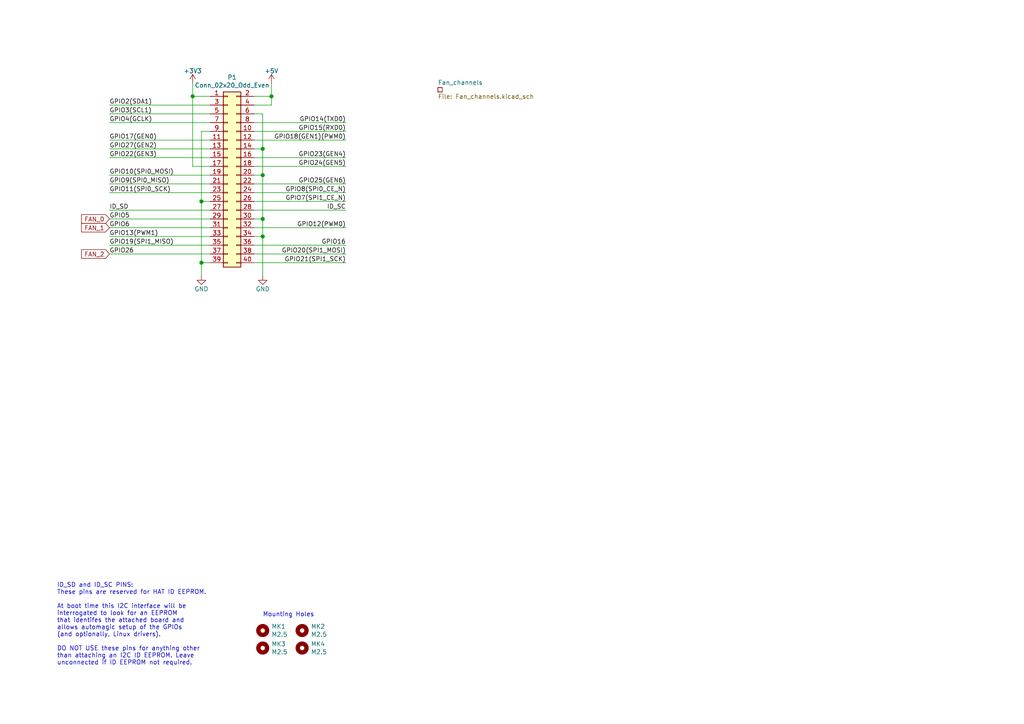
<source format=kicad_sch>
(kicad_sch (version 20211123) (generator eeschema)

  (uuid e63e39d7-6ac0-4ffd-8aa3-1841a4541b55)

  (paper "A4")

  (title_block
    (date "15 nov 2012")
  )

  (lib_symbols
    (symbol "Connector_Generic:Conn_02x20_Odd_Even" (pin_names (offset 1.016) hide) (in_bom yes) (on_board yes)
      (property "Reference" "J" (id 0) (at 1.27 25.4 0)
        (effects (font (size 1.27 1.27)))
      )
      (property "Value" "Conn_02x20_Odd_Even" (id 1) (at 1.27 -27.94 0)
        (effects (font (size 1.27 1.27)))
      )
      (property "Footprint" "" (id 2) (at 0 0 0)
        (effects (font (size 1.27 1.27)) hide)
      )
      (property "Datasheet" "~" (id 3) (at 0 0 0)
        (effects (font (size 1.27 1.27)) hide)
      )
      (property "ki_keywords" "connector" (id 4) (at 0 0 0)
        (effects (font (size 1.27 1.27)) hide)
      )
      (property "ki_description" "Generic connector, double row, 02x20, odd/even pin numbering scheme (row 1 odd numbers, row 2 even numbers), script generated (kicad-library-utils/schlib/autogen/connector/)" (id 5) (at 0 0 0)
        (effects (font (size 1.27 1.27)) hide)
      )
      (property "ki_fp_filters" "Connector*:*_2x??_*" (id 6) (at 0 0 0)
        (effects (font (size 1.27 1.27)) hide)
      )
      (symbol "Conn_02x20_Odd_Even_1_1"
        (rectangle (start -1.27 -25.273) (end 0 -25.527)
          (stroke (width 0.1524) (type default) (color 0 0 0 0))
          (fill (type none))
        )
        (rectangle (start -1.27 -22.733) (end 0 -22.987)
          (stroke (width 0.1524) (type default) (color 0 0 0 0))
          (fill (type none))
        )
        (rectangle (start -1.27 -20.193) (end 0 -20.447)
          (stroke (width 0.1524) (type default) (color 0 0 0 0))
          (fill (type none))
        )
        (rectangle (start -1.27 -17.653) (end 0 -17.907)
          (stroke (width 0.1524) (type default) (color 0 0 0 0))
          (fill (type none))
        )
        (rectangle (start -1.27 -15.113) (end 0 -15.367)
          (stroke (width 0.1524) (type default) (color 0 0 0 0))
          (fill (type none))
        )
        (rectangle (start -1.27 -12.573) (end 0 -12.827)
          (stroke (width 0.1524) (type default) (color 0 0 0 0))
          (fill (type none))
        )
        (rectangle (start -1.27 -10.033) (end 0 -10.287)
          (stroke (width 0.1524) (type default) (color 0 0 0 0))
          (fill (type none))
        )
        (rectangle (start -1.27 -7.493) (end 0 -7.747)
          (stroke (width 0.1524) (type default) (color 0 0 0 0))
          (fill (type none))
        )
        (rectangle (start -1.27 -4.953) (end 0 -5.207)
          (stroke (width 0.1524) (type default) (color 0 0 0 0))
          (fill (type none))
        )
        (rectangle (start -1.27 -2.413) (end 0 -2.667)
          (stroke (width 0.1524) (type default) (color 0 0 0 0))
          (fill (type none))
        )
        (rectangle (start -1.27 0.127) (end 0 -0.127)
          (stroke (width 0.1524) (type default) (color 0 0 0 0))
          (fill (type none))
        )
        (rectangle (start -1.27 2.667) (end 0 2.413)
          (stroke (width 0.1524) (type default) (color 0 0 0 0))
          (fill (type none))
        )
        (rectangle (start -1.27 5.207) (end 0 4.953)
          (stroke (width 0.1524) (type default) (color 0 0 0 0))
          (fill (type none))
        )
        (rectangle (start -1.27 7.747) (end 0 7.493)
          (stroke (width 0.1524) (type default) (color 0 0 0 0))
          (fill (type none))
        )
        (rectangle (start -1.27 10.287) (end 0 10.033)
          (stroke (width 0.1524) (type default) (color 0 0 0 0))
          (fill (type none))
        )
        (rectangle (start -1.27 12.827) (end 0 12.573)
          (stroke (width 0.1524) (type default) (color 0 0 0 0))
          (fill (type none))
        )
        (rectangle (start -1.27 15.367) (end 0 15.113)
          (stroke (width 0.1524) (type default) (color 0 0 0 0))
          (fill (type none))
        )
        (rectangle (start -1.27 17.907) (end 0 17.653)
          (stroke (width 0.1524) (type default) (color 0 0 0 0))
          (fill (type none))
        )
        (rectangle (start -1.27 20.447) (end 0 20.193)
          (stroke (width 0.1524) (type default) (color 0 0 0 0))
          (fill (type none))
        )
        (rectangle (start -1.27 22.987) (end 0 22.733)
          (stroke (width 0.1524) (type default) (color 0 0 0 0))
          (fill (type none))
        )
        (rectangle (start -1.27 24.13) (end 3.81 -26.67)
          (stroke (width 0.254) (type default) (color 0 0 0 0))
          (fill (type background))
        )
        (rectangle (start 3.81 -25.273) (end 2.54 -25.527)
          (stroke (width 0.1524) (type default) (color 0 0 0 0))
          (fill (type none))
        )
        (rectangle (start 3.81 -22.733) (end 2.54 -22.987)
          (stroke (width 0.1524) (type default) (color 0 0 0 0))
          (fill (type none))
        )
        (rectangle (start 3.81 -20.193) (end 2.54 -20.447)
          (stroke (width 0.1524) (type default) (color 0 0 0 0))
          (fill (type none))
        )
        (rectangle (start 3.81 -17.653) (end 2.54 -17.907)
          (stroke (width 0.1524) (type default) (color 0 0 0 0))
          (fill (type none))
        )
        (rectangle (start 3.81 -15.113) (end 2.54 -15.367)
          (stroke (width 0.1524) (type default) (color 0 0 0 0))
          (fill (type none))
        )
        (rectangle (start 3.81 -12.573) (end 2.54 -12.827)
          (stroke (width 0.1524) (type default) (color 0 0 0 0))
          (fill (type none))
        )
        (rectangle (start 3.81 -10.033) (end 2.54 -10.287)
          (stroke (width 0.1524) (type default) (color 0 0 0 0))
          (fill (type none))
        )
        (rectangle (start 3.81 -7.493) (end 2.54 -7.747)
          (stroke (width 0.1524) (type default) (color 0 0 0 0))
          (fill (type none))
        )
        (rectangle (start 3.81 -4.953) (end 2.54 -5.207)
          (stroke (width 0.1524) (type default) (color 0 0 0 0))
          (fill (type none))
        )
        (rectangle (start 3.81 -2.413) (end 2.54 -2.667)
          (stroke (width 0.1524) (type default) (color 0 0 0 0))
          (fill (type none))
        )
        (rectangle (start 3.81 0.127) (end 2.54 -0.127)
          (stroke (width 0.1524) (type default) (color 0 0 0 0))
          (fill (type none))
        )
        (rectangle (start 3.81 2.667) (end 2.54 2.413)
          (stroke (width 0.1524) (type default) (color 0 0 0 0))
          (fill (type none))
        )
        (rectangle (start 3.81 5.207) (end 2.54 4.953)
          (stroke (width 0.1524) (type default) (color 0 0 0 0))
          (fill (type none))
        )
        (rectangle (start 3.81 7.747) (end 2.54 7.493)
          (stroke (width 0.1524) (type default) (color 0 0 0 0))
          (fill (type none))
        )
        (rectangle (start 3.81 10.287) (end 2.54 10.033)
          (stroke (width 0.1524) (type default) (color 0 0 0 0))
          (fill (type none))
        )
        (rectangle (start 3.81 12.827) (end 2.54 12.573)
          (stroke (width 0.1524) (type default) (color 0 0 0 0))
          (fill (type none))
        )
        (rectangle (start 3.81 15.367) (end 2.54 15.113)
          (stroke (width 0.1524) (type default) (color 0 0 0 0))
          (fill (type none))
        )
        (rectangle (start 3.81 17.907) (end 2.54 17.653)
          (stroke (width 0.1524) (type default) (color 0 0 0 0))
          (fill (type none))
        )
        (rectangle (start 3.81 20.447) (end 2.54 20.193)
          (stroke (width 0.1524) (type default) (color 0 0 0 0))
          (fill (type none))
        )
        (rectangle (start 3.81 22.987) (end 2.54 22.733)
          (stroke (width 0.1524) (type default) (color 0 0 0 0))
          (fill (type none))
        )
        (pin passive line (at -5.08 22.86 0) (length 3.81)
          (name "Pin_1" (effects (font (size 1.27 1.27))))
          (number "1" (effects (font (size 1.27 1.27))))
        )
        (pin passive line (at 7.62 12.7 180) (length 3.81)
          (name "Pin_10" (effects (font (size 1.27 1.27))))
          (number "10" (effects (font (size 1.27 1.27))))
        )
        (pin passive line (at -5.08 10.16 0) (length 3.81)
          (name "Pin_11" (effects (font (size 1.27 1.27))))
          (number "11" (effects (font (size 1.27 1.27))))
        )
        (pin passive line (at 7.62 10.16 180) (length 3.81)
          (name "Pin_12" (effects (font (size 1.27 1.27))))
          (number "12" (effects (font (size 1.27 1.27))))
        )
        (pin passive line (at -5.08 7.62 0) (length 3.81)
          (name "Pin_13" (effects (font (size 1.27 1.27))))
          (number "13" (effects (font (size 1.27 1.27))))
        )
        (pin passive line (at 7.62 7.62 180) (length 3.81)
          (name "Pin_14" (effects (font (size 1.27 1.27))))
          (number "14" (effects (font (size 1.27 1.27))))
        )
        (pin passive line (at -5.08 5.08 0) (length 3.81)
          (name "Pin_15" (effects (font (size 1.27 1.27))))
          (number "15" (effects (font (size 1.27 1.27))))
        )
        (pin passive line (at 7.62 5.08 180) (length 3.81)
          (name "Pin_16" (effects (font (size 1.27 1.27))))
          (number "16" (effects (font (size 1.27 1.27))))
        )
        (pin passive line (at -5.08 2.54 0) (length 3.81)
          (name "Pin_17" (effects (font (size 1.27 1.27))))
          (number "17" (effects (font (size 1.27 1.27))))
        )
        (pin passive line (at 7.62 2.54 180) (length 3.81)
          (name "Pin_18" (effects (font (size 1.27 1.27))))
          (number "18" (effects (font (size 1.27 1.27))))
        )
        (pin passive line (at -5.08 0 0) (length 3.81)
          (name "Pin_19" (effects (font (size 1.27 1.27))))
          (number "19" (effects (font (size 1.27 1.27))))
        )
        (pin passive line (at 7.62 22.86 180) (length 3.81)
          (name "Pin_2" (effects (font (size 1.27 1.27))))
          (number "2" (effects (font (size 1.27 1.27))))
        )
        (pin passive line (at 7.62 0 180) (length 3.81)
          (name "Pin_20" (effects (font (size 1.27 1.27))))
          (number "20" (effects (font (size 1.27 1.27))))
        )
        (pin passive line (at -5.08 -2.54 0) (length 3.81)
          (name "Pin_21" (effects (font (size 1.27 1.27))))
          (number "21" (effects (font (size 1.27 1.27))))
        )
        (pin passive line (at 7.62 -2.54 180) (length 3.81)
          (name "Pin_22" (effects (font (size 1.27 1.27))))
          (number "22" (effects (font (size 1.27 1.27))))
        )
        (pin passive line (at -5.08 -5.08 0) (length 3.81)
          (name "Pin_23" (effects (font (size 1.27 1.27))))
          (number "23" (effects (font (size 1.27 1.27))))
        )
        (pin passive line (at 7.62 -5.08 180) (length 3.81)
          (name "Pin_24" (effects (font (size 1.27 1.27))))
          (number "24" (effects (font (size 1.27 1.27))))
        )
        (pin passive line (at -5.08 -7.62 0) (length 3.81)
          (name "Pin_25" (effects (font (size 1.27 1.27))))
          (number "25" (effects (font (size 1.27 1.27))))
        )
        (pin passive line (at 7.62 -7.62 180) (length 3.81)
          (name "Pin_26" (effects (font (size 1.27 1.27))))
          (number "26" (effects (font (size 1.27 1.27))))
        )
        (pin passive line (at -5.08 -10.16 0) (length 3.81)
          (name "Pin_27" (effects (font (size 1.27 1.27))))
          (number "27" (effects (font (size 1.27 1.27))))
        )
        (pin passive line (at 7.62 -10.16 180) (length 3.81)
          (name "Pin_28" (effects (font (size 1.27 1.27))))
          (number "28" (effects (font (size 1.27 1.27))))
        )
        (pin passive line (at -5.08 -12.7 0) (length 3.81)
          (name "Pin_29" (effects (font (size 1.27 1.27))))
          (number "29" (effects (font (size 1.27 1.27))))
        )
        (pin passive line (at -5.08 20.32 0) (length 3.81)
          (name "Pin_3" (effects (font (size 1.27 1.27))))
          (number "3" (effects (font (size 1.27 1.27))))
        )
        (pin passive line (at 7.62 -12.7 180) (length 3.81)
          (name "Pin_30" (effects (font (size 1.27 1.27))))
          (number "30" (effects (font (size 1.27 1.27))))
        )
        (pin passive line (at -5.08 -15.24 0) (length 3.81)
          (name "Pin_31" (effects (font (size 1.27 1.27))))
          (number "31" (effects (font (size 1.27 1.27))))
        )
        (pin passive line (at 7.62 -15.24 180) (length 3.81)
          (name "Pin_32" (effects (font (size 1.27 1.27))))
          (number "32" (effects (font (size 1.27 1.27))))
        )
        (pin passive line (at -5.08 -17.78 0) (length 3.81)
          (name "Pin_33" (effects (font (size 1.27 1.27))))
          (number "33" (effects (font (size 1.27 1.27))))
        )
        (pin passive line (at 7.62 -17.78 180) (length 3.81)
          (name "Pin_34" (effects (font (size 1.27 1.27))))
          (number "34" (effects (font (size 1.27 1.27))))
        )
        (pin passive line (at -5.08 -20.32 0) (length 3.81)
          (name "Pin_35" (effects (font (size 1.27 1.27))))
          (number "35" (effects (font (size 1.27 1.27))))
        )
        (pin passive line (at 7.62 -20.32 180) (length 3.81)
          (name "Pin_36" (effects (font (size 1.27 1.27))))
          (number "36" (effects (font (size 1.27 1.27))))
        )
        (pin passive line (at -5.08 -22.86 0) (length 3.81)
          (name "Pin_37" (effects (font (size 1.27 1.27))))
          (number "37" (effects (font (size 1.27 1.27))))
        )
        (pin passive line (at 7.62 -22.86 180) (length 3.81)
          (name "Pin_38" (effects (font (size 1.27 1.27))))
          (number "38" (effects (font (size 1.27 1.27))))
        )
        (pin passive line (at -5.08 -25.4 0) (length 3.81)
          (name "Pin_39" (effects (font (size 1.27 1.27))))
          (number "39" (effects (font (size 1.27 1.27))))
        )
        (pin passive line (at 7.62 20.32 180) (length 3.81)
          (name "Pin_4" (effects (font (size 1.27 1.27))))
          (number "4" (effects (font (size 1.27 1.27))))
        )
        (pin passive line (at 7.62 -25.4 180) (length 3.81)
          (name "Pin_40" (effects (font (size 1.27 1.27))))
          (number "40" (effects (font (size 1.27 1.27))))
        )
        (pin passive line (at -5.08 17.78 0) (length 3.81)
          (name "Pin_5" (effects (font (size 1.27 1.27))))
          (number "5" (effects (font (size 1.27 1.27))))
        )
        (pin passive line (at 7.62 17.78 180) (length 3.81)
          (name "Pin_6" (effects (font (size 1.27 1.27))))
          (number "6" (effects (font (size 1.27 1.27))))
        )
        (pin passive line (at -5.08 15.24 0) (length 3.81)
          (name "Pin_7" (effects (font (size 1.27 1.27))))
          (number "7" (effects (font (size 1.27 1.27))))
        )
        (pin passive line (at 7.62 15.24 180) (length 3.81)
          (name "Pin_8" (effects (font (size 1.27 1.27))))
          (number "8" (effects (font (size 1.27 1.27))))
        )
        (pin passive line (at -5.08 12.7 0) (length 3.81)
          (name "Pin_9" (effects (font (size 1.27 1.27))))
          (number "9" (effects (font (size 1.27 1.27))))
        )
      )
    )
    (symbol "Mechanical:MountingHole" (pin_names (offset 1.016)) (in_bom yes) (on_board yes)
      (property "Reference" "H" (id 0) (at 0 5.08 0)
        (effects (font (size 1.27 1.27)))
      )
      (property "Value" "MountingHole" (id 1) (at 0 3.175 0)
        (effects (font (size 1.27 1.27)))
      )
      (property "Footprint" "" (id 2) (at 0 0 0)
        (effects (font (size 1.27 1.27)) hide)
      )
      (property "Datasheet" "~" (id 3) (at 0 0 0)
        (effects (font (size 1.27 1.27)) hide)
      )
      (property "ki_keywords" "mounting hole" (id 4) (at 0 0 0)
        (effects (font (size 1.27 1.27)) hide)
      )
      (property "ki_description" "Mounting Hole without connection" (id 5) (at 0 0 0)
        (effects (font (size 1.27 1.27)) hide)
      )
      (property "ki_fp_filters" "MountingHole*" (id 6) (at 0 0 0)
        (effects (font (size 1.27 1.27)) hide)
      )
      (symbol "MountingHole_0_1"
        (circle (center 0 0) (radius 1.27)
          (stroke (width 1.27) (type default) (color 0 0 0 0))
          (fill (type none))
        )
      )
    )
    (symbol "power:+3.3V" (power) (pin_names (offset 0)) (in_bom yes) (on_board yes)
      (property "Reference" "#PWR" (id 0) (at 0 -3.81 0)
        (effects (font (size 1.27 1.27)) hide)
      )
      (property "Value" "+3.3V" (id 1) (at 0 3.556 0)
        (effects (font (size 1.27 1.27)))
      )
      (property "Footprint" "" (id 2) (at 0 0 0)
        (effects (font (size 1.27 1.27)) hide)
      )
      (property "Datasheet" "" (id 3) (at 0 0 0)
        (effects (font (size 1.27 1.27)) hide)
      )
      (property "ki_keywords" "power-flag" (id 4) (at 0 0 0)
        (effects (font (size 1.27 1.27)) hide)
      )
      (property "ki_description" "Power symbol creates a global label with name \"+3.3V\"" (id 5) (at 0 0 0)
        (effects (font (size 1.27 1.27)) hide)
      )
      (symbol "+3.3V_0_1"
        (polyline
          (pts
            (xy -0.762 1.27)
            (xy 0 2.54)
          )
          (stroke (width 0) (type default) (color 0 0 0 0))
          (fill (type none))
        )
        (polyline
          (pts
            (xy 0 0)
            (xy 0 2.54)
          )
          (stroke (width 0) (type default) (color 0 0 0 0))
          (fill (type none))
        )
        (polyline
          (pts
            (xy 0 2.54)
            (xy 0.762 1.27)
          )
          (stroke (width 0) (type default) (color 0 0 0 0))
          (fill (type none))
        )
      )
      (symbol "+3.3V_1_1"
        (pin power_in line (at 0 0 90) (length 0) hide
          (name "+3V3" (effects (font (size 1.27 1.27))))
          (number "1" (effects (font (size 1.27 1.27))))
        )
      )
    )
    (symbol "power:+5V" (power) (pin_names (offset 0)) (in_bom yes) (on_board yes)
      (property "Reference" "#PWR" (id 0) (at 0 -3.81 0)
        (effects (font (size 1.27 1.27)) hide)
      )
      (property "Value" "+5V" (id 1) (at 0 3.556 0)
        (effects (font (size 1.27 1.27)))
      )
      (property "Footprint" "" (id 2) (at 0 0 0)
        (effects (font (size 1.27 1.27)) hide)
      )
      (property "Datasheet" "" (id 3) (at 0 0 0)
        (effects (font (size 1.27 1.27)) hide)
      )
      (property "ki_keywords" "power-flag" (id 4) (at 0 0 0)
        (effects (font (size 1.27 1.27)) hide)
      )
      (property "ki_description" "Power symbol creates a global label with name \"+5V\"" (id 5) (at 0 0 0)
        (effects (font (size 1.27 1.27)) hide)
      )
      (symbol "+5V_0_1"
        (polyline
          (pts
            (xy -0.762 1.27)
            (xy 0 2.54)
          )
          (stroke (width 0) (type default) (color 0 0 0 0))
          (fill (type none))
        )
        (polyline
          (pts
            (xy 0 0)
            (xy 0 2.54)
          )
          (stroke (width 0) (type default) (color 0 0 0 0))
          (fill (type none))
        )
        (polyline
          (pts
            (xy 0 2.54)
            (xy 0.762 1.27)
          )
          (stroke (width 0) (type default) (color 0 0 0 0))
          (fill (type none))
        )
      )
      (symbol "+5V_1_1"
        (pin power_in line (at 0 0 90) (length 0) hide
          (name "+5V" (effects (font (size 1.27 1.27))))
          (number "1" (effects (font (size 1.27 1.27))))
        )
      )
    )
    (symbol "power:GND" (power) (pin_names (offset 0)) (in_bom yes) (on_board yes)
      (property "Reference" "#PWR" (id 0) (at 0 -6.35 0)
        (effects (font (size 1.27 1.27)) hide)
      )
      (property "Value" "GND" (id 1) (at 0 -3.81 0)
        (effects (font (size 1.27 1.27)))
      )
      (property "Footprint" "" (id 2) (at 0 0 0)
        (effects (font (size 1.27 1.27)) hide)
      )
      (property "Datasheet" "" (id 3) (at 0 0 0)
        (effects (font (size 1.27 1.27)) hide)
      )
      (property "ki_keywords" "power-flag" (id 4) (at 0 0 0)
        (effects (font (size 1.27 1.27)) hide)
      )
      (property "ki_description" "Power symbol creates a global label with name \"GND\" , ground" (id 5) (at 0 0 0)
        (effects (font (size 1.27 1.27)) hide)
      )
      (symbol "GND_0_1"
        (polyline
          (pts
            (xy 0 0)
            (xy 0 -1.27)
            (xy 1.27 -1.27)
            (xy 0 -2.54)
            (xy -1.27 -1.27)
            (xy 0 -1.27)
          )
          (stroke (width 0) (type default) (color 0 0 0 0))
          (fill (type none))
        )
      )
      (symbol "GND_1_1"
        (pin power_in line (at 0 0 270) (length 0) hide
          (name "GND" (effects (font (size 1.27 1.27))))
          (number "1" (effects (font (size 1.27 1.27))))
        )
      )
    )
  )

  (junction (at 76.2 68.58) (diameter 1.016) (color 0 0 0 0)
    (uuid 13abf99d-5265-4779-8973-e94370fd18ff)
  )
  (junction (at 58.42 58.42) (diameter 1.016) (color 0 0 0 0)
    (uuid 1860e030-7a36-4298-b7fc-a16d48ab15ba)
  )
  (junction (at 76.2 50.8) (diameter 1.016) (color 0 0 0 0)
    (uuid 32667662-ae86-4904-b198-3e95f11851bf)
  )
  (junction (at 58.42 76.2) (diameter 1.016) (color 0 0 0 0)
    (uuid 3dcc657b-55a1-48e0-9667-e01e7b6b08b5)
  )
  (junction (at 76.2 43.18) (diameter 1.016) (color 0 0 0 0)
    (uuid 67f6e996-3c99-493c-8f6f-e739e2ed5d7a)
  )
  (junction (at 76.2 63.5) (diameter 1.016) (color 0 0 0 0)
    (uuid a05d7640-f2f6-4ba7-8c51-5a4af431fc13)
  )
  (junction (at 78.74 27.94) (diameter 1.016) (color 0 0 0 0)
    (uuid a7520ad3-0f8b-4788-92d4-8ffb277041e6)
  )
  (junction (at 55.88 27.94) (diameter 1.016) (color 0 0 0 0)
    (uuid f3490fa5-5a27-423b-af60-53609669542c)
  )

  (wire (pts (xy 55.88 27.94) (xy 60.96 27.94))
    (stroke (width 0) (type solid) (color 0 0 0 0))
    (uuid 0cc9255d-c831-4d62-ac1a-4fa9fe449d56)
  )
  (wire (pts (xy 73.66 71.12) (xy 100.33 71.12))
    (stroke (width 0) (type solid) (color 0 0 0 0))
    (uuid 11a31309-9db5-4a72-b1fa-4a6460640dd2)
  )
  (wire (pts (xy 78.74 27.94) (xy 78.74 30.48))
    (stroke (width 0) (type solid) (color 0 0 0 0))
    (uuid 139706b3-6b1b-481c-9e5b-0a36eebd4638)
  )
  (wire (pts (xy 76.2 43.18) (xy 76.2 50.8))
    (stroke (width 0) (type solid) (color 0 0 0 0))
    (uuid 23341db3-04b3-4f95-961c-afb905f7fdf5)
  )
  (wire (pts (xy 73.66 35.56) (xy 100.33 35.56))
    (stroke (width 0) (type solid) (color 0 0 0 0))
    (uuid 26cf68b6-1950-4dac-8733-1125b73cc3a0)
  )
  (wire (pts (xy 76.2 33.02) (xy 73.66 33.02))
    (stroke (width 0) (type solid) (color 0 0 0 0))
    (uuid 3ca1dc48-be67-4af7-b0bc-e9e14080a414)
  )
  (wire (pts (xy 73.66 66.04) (xy 100.33 66.04))
    (stroke (width 0) (type solid) (color 0 0 0 0))
    (uuid 3d4e2a81-b092-4384-8945-4f0261b12e7f)
  )
  (wire (pts (xy 31.75 53.34) (xy 60.96 53.34))
    (stroke (width 0) (type solid) (color 0 0 0 0))
    (uuid 3e55eb01-6998-4a7a-bca7-39ec6597e940)
  )
  (wire (pts (xy 60.96 60.96) (xy 31.75 60.96))
    (stroke (width 0) (type solid) (color 0 0 0 0))
    (uuid 45b7fbcb-9100-4d22-9148-fd1a4d18638c)
  )
  (wire (pts (xy 76.2 43.18) (xy 73.66 43.18))
    (stroke (width 0) (type solid) (color 0 0 0 0))
    (uuid 4894ab9f-9341-4e79-8cf5-dc44275ebfbe)
  )
  (wire (pts (xy 55.88 27.94) (xy 55.88 48.26))
    (stroke (width 0) (type solid) (color 0 0 0 0))
    (uuid 4d3b2039-0b3c-4d90-aea3-8898ccb88614)
  )
  (wire (pts (xy 31.75 63.5) (xy 60.96 63.5))
    (stroke (width 0) (type solid) (color 0 0 0 0))
    (uuid 4e3caed2-e2c1-4f46-80d2-d6d8ef6db168)
  )
  (wire (pts (xy 58.42 38.1) (xy 60.96 38.1))
    (stroke (width 0) (type solid) (color 0 0 0 0))
    (uuid 551d4491-6363-4979-b643-161d25dd9fc6)
  )
  (wire (pts (xy 76.2 50.8) (xy 73.66 50.8))
    (stroke (width 0) (type solid) (color 0 0 0 0))
    (uuid 5761e7d8-958d-4706-839c-7d949202759a)
  )
  (wire (pts (xy 60.96 30.48) (xy 31.75 30.48))
    (stroke (width 0) (type solid) (color 0 0 0 0))
    (uuid 5a937e36-21ab-4a20-becf-4c1db11decf0)
  )
  (wire (pts (xy 73.66 76.2) (xy 100.33 76.2))
    (stroke (width 0) (type solid) (color 0 0 0 0))
    (uuid 5b5ced6b-4a3b-458f-a3f8-7e68b9f3230c)
  )
  (wire (pts (xy 31.75 71.12) (xy 60.96 71.12))
    (stroke (width 0) (type solid) (color 0 0 0 0))
    (uuid 62966e6e-cc26-42e5-9093-3c28f56287fb)
  )
  (wire (pts (xy 31.75 45.72) (xy 60.96 45.72))
    (stroke (width 0) (type solid) (color 0 0 0 0))
    (uuid 649b85bd-461d-4d20-914c-9863fd6351ea)
  )
  (wire (pts (xy 73.66 58.42) (xy 100.33 58.42))
    (stroke (width 0) (type solid) (color 0 0 0 0))
    (uuid 6c863720-71ff-4373-a561-bc5c50936322)
  )
  (wire (pts (xy 31.75 73.66) (xy 60.96 73.66))
    (stroke (width 0) (type solid) (color 0 0 0 0))
    (uuid 6cab10ea-78e3-4cb0-be9a-a03513db9c7c)
  )
  (wire (pts (xy 73.66 48.26) (xy 100.33 48.26))
    (stroke (width 0) (type solid) (color 0 0 0 0))
    (uuid 7a1553ce-5e87-4bf4-bb96-e12216e109b0)
  )
  (wire (pts (xy 55.88 48.26) (xy 60.96 48.26))
    (stroke (width 0) (type solid) (color 0 0 0 0))
    (uuid 7b1df612-a3f1-47ea-8764-b235a536ca35)
  )
  (wire (pts (xy 60.96 50.8) (xy 31.75 50.8))
    (stroke (width 0) (type solid) (color 0 0 0 0))
    (uuid 7e32f888-5af9-4450-bd88-a4180a36e7c1)
  )
  (wire (pts (xy 31.75 33.02) (xy 60.96 33.02))
    (stroke (width 0) (type solid) (color 0 0 0 0))
    (uuid 7eb7e1e8-9c37-4468-bfd8-30d16c9b3228)
  )
  (wire (pts (xy 76.2 63.5) (xy 76.2 68.58))
    (stroke (width 0) (type solid) (color 0 0 0 0))
    (uuid 7fb220a5-0bbe-426c-b803-abcd54a2a28e)
  )
  (wire (pts (xy 58.42 58.42) (xy 58.42 76.2))
    (stroke (width 0) (type solid) (color 0 0 0 0))
    (uuid 81433866-b60c-424d-950e-441562415a2b)
  )
  (wire (pts (xy 78.74 27.94) (xy 73.66 27.94))
    (stroke (width 0) (type solid) (color 0 0 0 0))
    (uuid 852a9042-38a6-40e9-81ea-6569141a46c5)
  )
  (wire (pts (xy 78.74 30.48) (xy 73.66 30.48))
    (stroke (width 0) (type solid) (color 0 0 0 0))
    (uuid 8b39eb6e-54a4-4b14-9fa0-61bf28fe605c)
  )
  (wire (pts (xy 58.42 76.2) (xy 60.96 76.2))
    (stroke (width 0) (type solid) (color 0 0 0 0))
    (uuid 8eeb3a98-9e16-4905-b9f7-09771cf3476b)
  )
  (wire (pts (xy 58.42 38.1) (xy 58.42 58.42))
    (stroke (width 0) (type solid) (color 0 0 0 0))
    (uuid 9432dd00-ef5f-43ff-bd02-cd3de51abb97)
  )
  (wire (pts (xy 73.66 53.34) (xy 100.33 53.34))
    (stroke (width 0) (type solid) (color 0 0 0 0))
    (uuid 971c6844-9c9e-4f0e-aabb-dcdc5c9a8240)
  )
  (wire (pts (xy 76.2 33.02) (xy 76.2 43.18))
    (stroke (width 0) (type solid) (color 0 0 0 0))
    (uuid a57b00e3-9c90-46ab-8e7d-376c93ee75e2)
  )
  (wire (pts (xy 76.2 63.5) (xy 73.66 63.5))
    (stroke (width 0) (type solid) (color 0 0 0 0))
    (uuid a8cb3cf0-c952-40a8-bded-4535bfa6bcff)
  )
  (wire (pts (xy 76.2 68.58) (xy 76.2 80.01))
    (stroke (width 0) (type solid) (color 0 0 0 0))
    (uuid ad59c1e1-1aff-45e0-8f61-fe5ec56d4d58)
  )
  (wire (pts (xy 31.75 55.88) (xy 60.96 55.88))
    (stroke (width 0) (type solid) (color 0 0 0 0))
    (uuid ae9e7b97-2d17-4874-a09e-565eac0d8223)
  )
  (wire (pts (xy 76.2 68.58) (xy 73.66 68.58))
    (stroke (width 0) (type solid) (color 0 0 0 0))
    (uuid af76eb15-4d05-4b33-84d5-6f287aa2267a)
  )
  (wire (pts (xy 31.75 66.04) (xy 60.96 66.04))
    (stroke (width 0) (type solid) (color 0 0 0 0))
    (uuid b00a9d06-83f8-4688-8eef-37a1dea32295)
  )
  (wire (pts (xy 31.75 35.56) (xy 60.96 35.56))
    (stroke (width 0) (type solid) (color 0 0 0 0))
    (uuid b150517a-5bee-4778-98c1-e6d339d67e4e)
  )
  (wire (pts (xy 31.75 43.18) (xy 60.96 43.18))
    (stroke (width 0) (type solid) (color 0 0 0 0))
    (uuid baf863cc-b0ce-4eee-ad27-3d16286c6c59)
  )
  (wire (pts (xy 58.42 76.2) (xy 58.42 80.01))
    (stroke (width 0) (type solid) (color 0 0 0 0))
    (uuid bbbc3216-d265-4550-9a2c-b28a86bcf3d3)
  )
  (wire (pts (xy 76.2 50.8) (xy 76.2 63.5))
    (stroke (width 0) (type solid) (color 0 0 0 0))
    (uuid bd315952-d35e-4113-9d9a-44f37512c1b1)
  )
  (wire (pts (xy 73.66 38.1) (xy 100.33 38.1))
    (stroke (width 0) (type solid) (color 0 0 0 0))
    (uuid be2d7f60-893a-40f9-b746-b8267d80ea77)
  )
  (wire (pts (xy 73.66 60.96) (xy 100.33 60.96))
    (stroke (width 0) (type solid) (color 0 0 0 0))
    (uuid c1bad3e3-be78-4be1-b7c8-c2e803d488c8)
  )
  (wire (pts (xy 55.88 24.13) (xy 55.88 27.94))
    (stroke (width 0) (type solid) (color 0 0 0 0))
    (uuid c48639c9-6458-48d7-9164-fdb517a35c50)
  )
  (wire (pts (xy 73.66 40.64) (xy 100.33 40.64))
    (stroke (width 0) (type solid) (color 0 0 0 0))
    (uuid c4bdadac-8a97-4990-a1a6-93f7b368803a)
  )
  (wire (pts (xy 73.66 55.88) (xy 100.33 55.88))
    (stroke (width 0) (type solid) (color 0 0 0 0))
    (uuid cbdadbb1-9918-4d54-b313-6a6103856b5e)
  )
  (wire (pts (xy 73.66 45.72) (xy 100.33 45.72))
    (stroke (width 0) (type solid) (color 0 0 0 0))
    (uuid d75bb2b9-da49-400a-b422-4333af218f85)
  )
  (wire (pts (xy 60.96 40.64) (xy 31.75 40.64))
    (stroke (width 0) (type solid) (color 0 0 0 0))
    (uuid d80a6f8d-0130-4cab-8836-4baea6cd1090)
  )
  (wire (pts (xy 73.66 73.66) (xy 100.33 73.66))
    (stroke (width 0) (type solid) (color 0 0 0 0))
    (uuid e4d8f78e-ab04-44b1-bdbf-76388a98044f)
  )
  (wire (pts (xy 58.42 58.42) (xy 60.96 58.42))
    (stroke (width 0) (type solid) (color 0 0 0 0))
    (uuid e6d5be16-e3fa-4803-ac1d-7c9af54c21ec)
  )
  (wire (pts (xy 78.74 24.13) (xy 78.74 27.94))
    (stroke (width 0) (type solid) (color 0 0 0 0))
    (uuid e7626b4b-902e-4e68-8cb7-b516cba98d7a)
  )
  (wire (pts (xy 60.96 68.58) (xy 31.75 68.58))
    (stroke (width 0) (type solid) (color 0 0 0 0))
    (uuid fd2f35b6-191c-42a1-86d5-1f58961a7804)
  )

  (text "ID_SD and ID_SC PINS:\nThese pins are reserved for HAT ID EEPROM.\n\nAt boot time this I2C interface will be\ninterrogated to look for an EEPROM\nthat identifes the attached board and\nallows automagic setup of the GPIOs\n(and optionally, Linux drivers).\n\nDO NOT USE these pins for anything other\nthan attaching an I2C ID EEPROM. Leave\nunconnected if ID EEPROM not required."
    (at 16.51 193.04 0)
    (effects (font (size 1.27 1.27)) (justify left bottom))
    (uuid 472d8313-4353-47cc-a8b7-296fc3aa56b8)
  )
  (text "Mounting Holes" (at 76.2 179.07 0)
    (effects (font (size 1.27 1.27)) (justify left bottom))
    (uuid aebe7dcf-9c8b-4ec3-8e36-4ca0179f8137)
  )

  (label "GPIO5" (at 31.75 63.5 0)
    (effects (font (size 1.27 1.27)) (justify left bottom))
    (uuid 09c1036b-cead-4bd4-a0a3-2ac706100795)
  )
  (label "GPIO13(PWM1)" (at 31.75 68.58 0)
    (effects (font (size 1.27 1.27)) (justify left bottom))
    (uuid 0ace1f55-6e28-4eaf-a30b-e485985c76cd)
  )
  (label "GPIO7(SPI1_CE_N)" (at 100.33 58.42 180)
    (effects (font (size 1.27 1.27)) (justify right bottom))
    (uuid 0b92ae2f-20c1-4803-a121-b82bba9732dc)
  )
  (label "GPIO25(GEN6)" (at 100.33 53.34 180)
    (effects (font (size 1.27 1.27)) (justify right bottom))
    (uuid 11549aba-9a58-42a5-b3da-8c88700a8676)
  )
  (label "ID_SD" (at 31.75 60.96 0)
    (effects (font (size 1.27 1.27)) (justify left bottom))
    (uuid 18e1fa0d-f7a2-4472-aa3c-82bd0b339ab2)
  )
  (label "GPIO17(GEN0)" (at 31.75 40.64 0)
    (effects (font (size 1.27 1.27)) (justify left bottom))
    (uuid 1995b8c9-d3be-4877-a88a-57ac780cb2fa)
  )
  (label "GPIO20(SPI1_MOSI)" (at 100.33 73.66 180)
    (effects (font (size 1.27 1.27)) (justify right bottom))
    (uuid 226a3191-67f9-49c8-9fe1-07711f98ef82)
  )
  (label "GPIO15(RXD0)" (at 100.33 38.1 180)
    (effects (font (size 1.27 1.27)) (justify right bottom))
    (uuid 3c154f0d-b071-466f-8be0-1e0836d3f01e)
  )
  (label "ID_SC" (at 100.33 60.96 180)
    (effects (font (size 1.27 1.27)) (justify right bottom))
    (uuid 3ddc7b48-c577-485a-b631-8b509e863cd2)
  )
  (label "GPIO4(GCLK)" (at 31.75 35.56 0)
    (effects (font (size 1.27 1.27)) (justify left bottom))
    (uuid 5066c039-5b71-4ff1-898f-60a3d02ecdb3)
  )
  (label "GPIO19(SPI1_MISO)" (at 31.75 71.12 0)
    (effects (font (size 1.27 1.27)) (justify left bottom))
    (uuid 6b2ea93e-ac2d-4a19-ac95-98d25ff5693d)
  )
  (label "GPIO16" (at 100.33 71.12 180)
    (effects (font (size 1.27 1.27)) (justify right bottom))
    (uuid 6c1c9ac5-9117-404a-b6b2-9e3e8a1116e1)
  )
  (label "GPIO21(SPI1_SCK)" (at 100.33 76.2 180)
    (effects (font (size 1.27 1.27)) (justify right bottom))
    (uuid 6dcba7b8-42c9-4458-91b8-fba3ba924b01)
  )
  (label "GPIO14(TXD0)" (at 100.33 35.56 180)
    (effects (font (size 1.27 1.27)) (justify right bottom))
    (uuid 6f01ee5f-d3b4-42ab-a2e9-401fd069bf7c)
  )
  (label "GPIO3(SCL1)" (at 31.75 33.02 0)
    (effects (font (size 1.27 1.27)) (justify left bottom))
    (uuid 736ae35e-a2e1-4225-98d6-fee76a6610bc)
  )
  (label "GPIO8(SPI0_CE_N)" (at 100.33 55.88 180)
    (effects (font (size 1.27 1.27)) (justify right bottom))
    (uuid 775a279e-7bce-40f6-999b-869987741af4)
  )
  (label "GPIO6" (at 31.75 66.04 0)
    (effects (font (size 1.27 1.27)) (justify left bottom))
    (uuid 7ba67dcd-7162-41b7-95be-a06730c5f68e)
  )
  (label "GPIO27(GEN2)" (at 31.75 43.18 0)
    (effects (font (size 1.27 1.27)) (justify left bottom))
    (uuid 95d4aece-5786-4e7f-8658-300ae56a98e0)
  )
  (label "GPIO26" (at 31.75 73.66 0)
    (effects (font (size 1.27 1.27)) (justify left bottom))
    (uuid 9cdc7aa9-eb40-4ed7-afdc-3f0fb7ddb2dc)
  )
  (label "GPIO24(GEN5)" (at 100.33 48.26 180)
    (effects (font (size 1.27 1.27)) (justify right bottom))
    (uuid a7f5c25a-d14c-40a6-9375-c62acecb455c)
  )
  (label "GPIO18(GEN1)(PWM0)" (at 100.33 40.64 180)
    (effects (font (size 1.27 1.27)) (justify right bottom))
    (uuid b03bbaa6-8e43-48eb-9890-115d37927589)
  )
  (label "GPIO23(GEN4)" (at 100.33 45.72 180)
    (effects (font (size 1.27 1.27)) (justify right bottom))
    (uuid b2fb5edb-d21d-4c64-87a9-32eb8c6c8301)
  )
  (label "GPIO9(SPI0_MISO)" (at 31.75 53.34 0)
    (effects (font (size 1.27 1.27)) (justify left bottom))
    (uuid bb045836-fc2c-48f6-8a69-7be7dd19582b)
  )
  (label "GPIO10(SPI0_MOSI)" (at 31.75 50.8 0)
    (effects (font (size 1.27 1.27)) (justify left bottom))
    (uuid bd63161d-f36c-46e1-99ff-fde4e8e9ec88)
  )
  (label "GPIO12(PWM0)" (at 100.33 66.04 180)
    (effects (font (size 1.27 1.27)) (justify right bottom))
    (uuid bf99e771-4aa8-41e7-baa5-759ac18f3a4b)
  )
  (label "GPIO2(SDA1)" (at 31.75 30.48 0)
    (effects (font (size 1.27 1.27)) (justify left bottom))
    (uuid d129d86e-7f6b-47f6-8e2b-5d535ffae4be)
  )
  (label "GPIO22(GEN3)" (at 31.75 45.72 0)
    (effects (font (size 1.27 1.27)) (justify left bottom))
    (uuid d276f4cf-9259-4ab0-9a00-a4153a637edd)
  )
  (label "GPIO11(SPI0_SCK)" (at 31.75 55.88 0)
    (effects (font (size 1.27 1.27)) (justify left bottom))
    (uuid d42efc1e-a8d1-44a9-a795-03d66cc46a46)
  )

  (global_label "FAN_1" (shape input) (at 31.75 66.04 180) (fields_autoplaced)
    (effects (font (size 1.27 1.27)) (justify right))
    (uuid 8f141cb6-d196-4940-89f8-4e8940598ec7)
    (property "Intersheet References" "${INTERSHEET_REFS}" (id 0) (at 23.4616 65.9606 0)
      (effects (font (size 1.27 1.27)) (justify right) hide)
    )
  )
  (global_label "FAN_2" (shape input) (at 31.75 73.66 180) (fields_autoplaced)
    (effects (font (size 1.27 1.27)) (justify right))
    (uuid c6be339c-c7bf-4107-a6f2-ad150000346c)
    (property "Intersheet References" "${INTERSHEET_REFS}" (id 0) (at 23.4616 73.5806 0)
      (effects (font (size 1.27 1.27)) (justify right) hide)
    )
  )
  (global_label "FAN_0" (shape input) (at 31.75 63.5 180) (fields_autoplaced)
    (effects (font (size 1.27 1.27)) (justify right))
    (uuid d1cf4093-87af-4b49-8879-3ac410551bfc)
    (property "Intersheet References" "${INTERSHEET_REFS}" (id 0) (at 23.4616 63.4206 0)
      (effects (font (size 1.27 1.27)) (justify right) hide)
    )
  )

  (symbol (lib_id "power:+5V") (at 78.74 24.13 0) (unit 1)
    (in_bom yes) (on_board yes)
    (uuid 00000000-0000-0000-0000-0000580c1b61)
    (property "Reference" "#PWR02" (id 0) (at 78.74 27.94 0)
      (effects (font (size 1.27 1.27)) hide)
    )
    (property "Value" "+5V" (id 1) (at 78.74 20.574 0))
    (property "Footprint" "" (id 2) (at 78.74 24.13 0))
    (property "Datasheet" "" (id 3) (at 78.74 24.13 0))
    (pin "1" (uuid 33d7792b-b9d4-4bbe-8366-3e84b0f7f2bd))
  )

  (symbol (lib_id "power:+3.3V") (at 55.88 24.13 0) (unit 1)
    (in_bom yes) (on_board yes)
    (uuid 00000000-0000-0000-0000-0000580c1bc1)
    (property "Reference" "#PWR01" (id 0) (at 55.88 27.94 0)
      (effects (font (size 1.27 1.27)) hide)
    )
    (property "Value" "+3.3V" (id 1) (at 55.88 20.574 0))
    (property "Footprint" "" (id 2) (at 55.88 24.13 0))
    (property "Datasheet" "" (id 3) (at 55.88 24.13 0))
    (pin "1" (uuid 23b0ec9d-55e7-4e73-9854-d3cfcad58a4c))
  )

  (symbol (lib_id "power:GND") (at 76.2 80.01 0) (unit 1)
    (in_bom yes) (on_board yes)
    (uuid 00000000-0000-0000-0000-0000580c1d11)
    (property "Reference" "#PWR04" (id 0) (at 76.2 86.36 0)
      (effects (font (size 1.27 1.27)) hide)
    )
    (property "Value" "GND" (id 1) (at 76.2 83.82 0))
    (property "Footprint" "" (id 2) (at 76.2 80.01 0))
    (property "Datasheet" "" (id 3) (at 76.2 80.01 0))
    (pin "1" (uuid 23839f94-1221-48c5-89d2-cf5cc91725c7))
  )

  (symbol (lib_id "power:GND") (at 58.42 80.01 0) (unit 1)
    (in_bom yes) (on_board yes)
    (uuid 00000000-0000-0000-0000-0000580c1e01)
    (property "Reference" "#PWR03" (id 0) (at 58.42 86.36 0)
      (effects (font (size 1.27 1.27)) hide)
    )
    (property "Value" "GND" (id 1) (at 58.42 83.82 0))
    (property "Footprint" "" (id 2) (at 58.42 80.01 0))
    (property "Datasheet" "" (id 3) (at 58.42 80.01 0))
    (pin "1" (uuid e2ee4484-0706-420d-9911-04611be77d65))
  )

  (symbol (lib_id "Mechanical:MountingHole") (at 76.2 182.88 0) (unit 1)
    (in_bom yes) (on_board yes)
    (uuid 00000000-0000-0000-0000-00005834fb2e)
    (property "Reference" "MK1" (id 0) (at 78.74 181.7116 0)
      (effects (font (size 1.27 1.27)) (justify left))
    )
    (property "Value" "M2.5" (id 1) (at 78.74 184.023 0)
      (effects (font (size 1.27 1.27)) (justify left))
    )
    (property "Footprint" "MountingHole:MountingHole_2.7mm_M2.5" (id 2) (at 76.2 182.88 0)
      (effects (font (size 1.524 1.524)) hide)
    )
    (property "Datasheet" "~" (id 3) (at 76.2 182.88 0)
      (effects (font (size 1.524 1.524)) hide)
    )
  )

  (symbol (lib_id "Mechanical:MountingHole") (at 87.63 182.88 0) (unit 1)
    (in_bom yes) (on_board yes)
    (uuid 00000000-0000-0000-0000-00005834fbef)
    (property "Reference" "MK2" (id 0) (at 90.17 181.7116 0)
      (effects (font (size 1.27 1.27)) (justify left))
    )
    (property "Value" "M2.5" (id 1) (at 90.17 184.023 0)
      (effects (font (size 1.27 1.27)) (justify left))
    )
    (property "Footprint" "MountingHole:MountingHole_2.7mm_M2.5" (id 2) (at 87.63 182.88 0)
      (effects (font (size 1.524 1.524)) hide)
    )
    (property "Datasheet" "~" (id 3) (at 87.63 182.88 0)
      (effects (font (size 1.524 1.524)) hide)
    )
  )

  (symbol (lib_id "Mechanical:MountingHole") (at 76.2 187.96 0) (unit 1)
    (in_bom yes) (on_board yes)
    (uuid 00000000-0000-0000-0000-00005834fc19)
    (property "Reference" "MK3" (id 0) (at 78.74 186.7916 0)
      (effects (font (size 1.27 1.27)) (justify left))
    )
    (property "Value" "M2.5" (id 1) (at 78.74 189.103 0)
      (effects (font (size 1.27 1.27)) (justify left))
    )
    (property "Footprint" "MountingHole:MountingHole_2.7mm_M2.5" (id 2) (at 76.2 187.96 0)
      (effects (font (size 1.524 1.524)) hide)
    )
    (property "Datasheet" "~" (id 3) (at 76.2 187.96 0)
      (effects (font (size 1.524 1.524)) hide)
    )
  )

  (symbol (lib_id "Mechanical:MountingHole") (at 87.63 187.96 0) (unit 1)
    (in_bom yes) (on_board yes)
    (uuid 00000000-0000-0000-0000-00005834fc4f)
    (property "Reference" "MK4" (id 0) (at 90.17 186.7916 0)
      (effects (font (size 1.27 1.27)) (justify left))
    )
    (property "Value" "M2.5" (id 1) (at 90.17 189.103 0)
      (effects (font (size 1.27 1.27)) (justify left))
    )
    (property "Footprint" "MountingHole:MountingHole_2.7mm_M2.5" (id 2) (at 87.63 187.96 0)
      (effects (font (size 1.524 1.524)) hide)
    )
    (property "Datasheet" "~" (id 3) (at 87.63 187.96 0)
      (effects (font (size 1.524 1.524)) hide)
    )
  )

  (symbol (lib_id "Connector_Generic:Conn_02x20_Odd_Even") (at 66.04 50.8 0) (unit 1)
    (in_bom yes) (on_board yes)
    (uuid 00000000-0000-0000-0000-000059ad464a)
    (property "Reference" "P1" (id 0) (at 67.31 22.4282 0))
    (property "Value" "Conn_02x20_Odd_Even" (id 1) (at 67.31 24.7396 0))
    (property "Footprint" "Connector_PinSocket_2.54mm:PinSocket_2x20_P2.54mm_Vertical" (id 2) (at -57.15 74.93 0)
      (effects (font (size 1.27 1.27)) hide)
    )
    (property "Datasheet" "~" (id 3) (at -57.15 74.93 0)
      (effects (font (size 1.27 1.27)) hide)
    )
    (pin "1" (uuid 87828d01-2dda-43d8-82a0-669a3e3dc1a0))
    (pin "10" (uuid af250332-a31c-4e1f-9b40-6efe3f373987))
    (pin "11" (uuid d37a1b00-0e5e-4a6b-9d1c-06218270a18d))
    (pin "12" (uuid 928a7e32-dd69-4a5a-8db8-c6d42182d2cb))
    (pin "13" (uuid 108f1a1e-c09c-43c2-980c-ad079041de4f))
    (pin "14" (uuid 04b64929-2a0c-4241-a803-f43d87d0ece7))
    (pin "15" (uuid e27c6adc-97e3-4f1d-b591-fbce3e4b5f0a))
    (pin "16" (uuid ca588442-20d9-4113-8ea0-084839148404))
    (pin "17" (uuid e8fe66ee-43ec-4002-9c84-af5659d64f3c))
    (pin "18" (uuid 07e56bd8-0d25-46ca-917d-f5d883e91ec5))
    (pin "19" (uuid 02e796da-1040-45db-88e1-06626ea7caf8))
    (pin "2" (uuid 01ac9044-3ef2-462c-a503-4cd2154f01aa))
    (pin "20" (uuid 12498876-6318-4955-986d-788345ded5ba))
    (pin "21" (uuid a8c907c3-fccf-4361-b4bf-6d882ed1ff9e))
    (pin "22" (uuid 71b698c5-472d-4ae2-bb3b-8dd633caa2c0))
    (pin "23" (uuid 29f16165-c8b4-4f26-aac4-774c8d302332))
    (pin "24" (uuid 1cbef654-554a-4d8b-be54-1923232683b0))
    (pin "25" (uuid 06b6e794-c598-425b-8971-379c895f260c))
    (pin "26" (uuid 14bfeefb-8008-41bb-9e99-de9ba24f883c))
    (pin "27" (uuid c6f1a415-3083-496c-8588-865e8fae0b98))
    (pin "28" (uuid 2c9fe585-1cf9-4635-9cff-3fa720a48d3c))
    (pin "29" (uuid 2b1f25cb-0d7f-47b2-9890-eb1930bef166))
    (pin "3" (uuid 7e1361f9-6acc-45f5-9a0a-fe3bab1c416b))
    (pin "30" (uuid 6b1b8ec7-07ca-463a-a5c1-2ee6176032e2))
    (pin "31" (uuid bf0239c3-5536-40e9-a1b8-4a224e1d5dfb))
    (pin "32" (uuid ae051a24-0feb-47b7-933e-7e5aa6e77db9))
    (pin "33" (uuid 20481946-d713-4336-bd01-4ecfd0d93ecd))
    (pin "34" (uuid a9736b4b-27a2-4d46-bde5-b374eb954ee4))
    (pin "35" (uuid b2fa4660-c036-4b8d-a8d6-8ffd697f0bc9))
    (pin "36" (uuid 41e60a71-a38f-424f-ad97-380326e0fdd1))
    (pin "37" (uuid 636685b0-c730-4f2d-aa2c-eccc6eeb54d8))
    (pin "38" (uuid 54ff8e45-2c18-4ee1-be5d-a433df203427))
    (pin "39" (uuid 12e4a3c1-ac56-4894-ba56-9a1dd7195588))
    (pin "4" (uuid 1948082c-8437-4954-9276-237734d80e06))
    (pin "40" (uuid adc3e107-dd82-4b2b-aeb5-2074c6c44363))
    (pin "5" (uuid c6858ec4-dd1b-4b46-a947-0a770c29a300))
    (pin "6" (uuid 84551ed8-dc65-4aa6-bbf5-86cca2e6dc92))
    (pin "7" (uuid 63f845cc-977f-4343-b29b-73b744a7e7b9))
    (pin "8" (uuid 0dcffe11-bb54-4e55-ac4d-cbe8366df64d))
    (pin "9" (uuid e12bc9c4-fb50-4135-b8cf-73cc4c2e0b0d))
  )

  (sheet (at 127 25.4) (size 1.27 1.27) (fields_autoplaced)
    (stroke (width 0.1524) (type solid) (color 0 0 0 0))
    (fill (color 0 0 0 0.0000))
    (uuid 0965facf-d28f-4f3e-92e5-6e21d166dbf1)
    (property "Sheet name" "Fan_channels" (id 0) (at 127 24.6884 0)
      (effects (font (size 1.27 1.27)) (justify left bottom))
    )
    (property "Sheet file" "Fan_channels.kicad_sch" (id 1) (at 127 27.2546 0)
      (effects (font (size 1.27 1.27)) (justify left top))
    )
  )

  (sheet_instances
    (path "/" (page "1"))
    (path "/0965facf-d28f-4f3e-92e5-6e21d166dbf1" (page "2"))
  )

  (symbol_instances
    (path "/00000000-0000-0000-0000-0000580c1bc1"
      (reference "#PWR01") (unit 1) (value "+3.3V") (footprint "")
    )
    (path "/00000000-0000-0000-0000-0000580c1b61"
      (reference "#PWR02") (unit 1) (value "+5V") (footprint "")
    )
    (path "/00000000-0000-0000-0000-0000580c1e01"
      (reference "#PWR03") (unit 1) (value "GND") (footprint "")
    )
    (path "/00000000-0000-0000-0000-0000580c1d11"
      (reference "#PWR04") (unit 1) (value "GND") (footprint "")
    )
    (path "/0965facf-d28f-4f3e-92e5-6e21d166dbf1/17cc5ab7-9e1e-4a2b-aedb-ce631b733f89"
      (reference "#PWR05") (unit 1) (value "GND") (footprint "")
    )
    (path "/0965facf-d28f-4f3e-92e5-6e21d166dbf1/004fc22a-39a0-4982-9251-2b40bba84041"
      (reference "#PWR06") (unit 1) (value "+5V") (footprint "")
    )
    (path "/0965facf-d28f-4f3e-92e5-6e21d166dbf1/aa56e7d9-f03d-4751-be8d-a26b9f251d42"
      (reference "#PWR07") (unit 1) (value "GND") (footprint "")
    )
    (path "/0965facf-d28f-4f3e-92e5-6e21d166dbf1/bb818c80-40d2-4c72-8909-329ea2a98406"
      (reference "#PWR08") (unit 1) (value "GND") (footprint "")
    )
    (path "/0965facf-d28f-4f3e-92e5-6e21d166dbf1/7d004bc1-64bd-4a1c-a816-3b257e2894ee"
      (reference "#PWR09") (unit 1) (value "GND") (footprint "")
    )
    (path "/0965facf-d28f-4f3e-92e5-6e21d166dbf1/064728ad-e9c3-41c2-9793-8b2254cbacaf"
      (reference "#PWR010") (unit 1) (value "+5V") (footprint "")
    )
    (path "/0965facf-d28f-4f3e-92e5-6e21d166dbf1/b46c13b8-5ace-4814-9cff-111be8f6dc13"
      (reference "#PWR011") (unit 1) (value "GND") (footprint "")
    )
    (path "/0965facf-d28f-4f3e-92e5-6e21d166dbf1/0fe1ba25-f979-4c7c-95f7-9331ae9e8960"
      (reference "#PWR012") (unit 1) (value "GND") (footprint "")
    )
    (path "/0965facf-d28f-4f3e-92e5-6e21d166dbf1/faeffeb2-e323-444b-9862-c29b3c24df69"
      (reference "#PWR013") (unit 1) (value "GND") (footprint "")
    )
    (path "/0965facf-d28f-4f3e-92e5-6e21d166dbf1/2a825538-f95f-425f-b0cc-4afcdc4b0203"
      (reference "#PWR014") (unit 1) (value "+5V") (footprint "")
    )
    (path "/0965facf-d28f-4f3e-92e5-6e21d166dbf1/ba9d060e-fbc3-4e46-812e-29f5aef6dee2"
      (reference "#PWR015") (unit 1) (value "GND") (footprint "")
    )
    (path "/0965facf-d28f-4f3e-92e5-6e21d166dbf1/86ca02cb-5645-489c-97ae-5c67d3c287d6"
      (reference "#PWR016") (unit 1) (value "GND") (footprint "")
    )
    (path "/0965facf-d28f-4f3e-92e5-6e21d166dbf1/73df0e59-f23f-4bf3-b926-26460f82ff06"
      (reference "#PWR017") (unit 1) (value "GND") (footprint "")
    )
    (path "/0965facf-d28f-4f3e-92e5-6e21d166dbf1/00000000-0000-0000-0000-00006173946c"
      (reference "C1") (unit 1) (value "10µF") (footprint "Capacitor_SMD:C_1210_3225Metric")
    )
    (path "/0965facf-d28f-4f3e-92e5-6e21d166dbf1/00000000-0000-0000-0000-00006173cddd"
      (reference "C2") (unit 1) (value "10nF") (footprint "Capacitor_SMD:C_0603_1608Metric")
    )
    (path "/0965facf-d28f-4f3e-92e5-6e21d166dbf1/00000000-0000-0000-0000-00006175e74f"
      (reference "C3") (unit 1) (value "10µF") (footprint "Capacitor_SMD:C_1210_3225Metric")
    )
    (path "/0965facf-d28f-4f3e-92e5-6e21d166dbf1/00000000-0000-0000-0000-00006175e75b"
      (reference "C4") (unit 1) (value "10nF") (footprint "Capacitor_SMD:C_0603_1608Metric")
    )
    (path "/0965facf-d28f-4f3e-92e5-6e21d166dbf1/467e4ccb-9d31-405e-a1fb-ed86671cacfd"
      (reference "C5") (unit 1) (value "10µF") (footprint "Capacitor_SMD:C_1210_3225Metric")
    )
    (path "/0965facf-d28f-4f3e-92e5-6e21d166dbf1/9d4de1d3-e700-43b7-b507-18a5fdc8e394"
      (reference "C6") (unit 1) (value "10nF") (footprint "Capacitor_SMD:C_0603_1608Metric")
    )
    (path "/0965facf-d28f-4f3e-92e5-6e21d166dbf1/00000000-0000-0000-0000-00006178a13f"
      (reference "D1") (unit 1) (value "RED") (footprint "LED_SMD:LED_0805_2012Metric")
    )
    (path "/0965facf-d28f-4f3e-92e5-6e21d166dbf1/00000000-0000-0000-0000-000061732421"
      (reference "D2") (unit 1) (value "PMEG3020EGWX") (footprint "Diode_SMD:D_SOD-123")
    )
    (path "/0965facf-d28f-4f3e-92e5-6e21d166dbf1/00000000-0000-0000-0000-00006179219f"
      (reference "D3") (unit 1) (value "RED") (footprint "LED_SMD:LED_0805_2012Metric")
    )
    (path "/0965facf-d28f-4f3e-92e5-6e21d166dbf1/00000000-0000-0000-0000-00006175e73d"
      (reference "D4") (unit 1) (value "PMEG3020EGWX") (footprint "Diode_SMD:D_SOD-123")
    )
    (path "/0965facf-d28f-4f3e-92e5-6e21d166dbf1/f99003e6-0653-4df9-b119-774e3fd0bc70"
      (reference "D5") (unit 1) (value "RED") (footprint "LED_SMD:LED_0805_2012Metric")
    )
    (path "/0965facf-d28f-4f3e-92e5-6e21d166dbf1/ac0ddad4-3866-490e-98b1-0c5538e73343"
      (reference "D6") (unit 1) (value "PMEG3020EGWX") (footprint "Diode_SMD:D_SOD-123")
    )
    (path "/0965facf-d28f-4f3e-92e5-6e21d166dbf1/00000000-0000-0000-0000-00006177d0d5"
      (reference "F1") (unit 1) (value "~") (footprint "Fuse:Fuse_1206_3216Metric")
    )
    (path "/0965facf-d28f-4f3e-92e5-6e21d166dbf1/9eae63d6-42b2-43d6-a8f2-0a29ebbc05bd"
      (reference "J1") (unit 1) (value "24V Input") (footprint "TerminalBlock_Phoenix:TerminalBlock_Phoenix_MKDS-1,5-2-5.08_1x02_P5.08mm_Horizontal")
    )
    (path "/0965facf-d28f-4f3e-92e5-6e21d166dbf1/3bc00111-6924-4ac7-a989-7a6d9bea89ec"
      (reference "J2") (unit 1) (value "Fan_0") (footprint "Connector_JST:JST_XH_B2B-XH-A_1x02_P2.50mm_Vertical")
    )
    (path "/0965facf-d28f-4f3e-92e5-6e21d166dbf1/93c719a0-b55a-4811-b5e0-e6fc8a71645c"
      (reference "J3") (unit 1) (value "Fan_1") (footprint "Connector_JST:JST_XH_B2B-XH-A_1x02_P2.50mm_Vertical")
    )
    (path "/0965facf-d28f-4f3e-92e5-6e21d166dbf1/db481e29-1741-4a60-8b44-31e92037900f"
      (reference "J4") (unit 1) (value "Fan_2") (footprint "Connector_JST:JST_XH_B2B-XH-A_1x02_P2.50mm_Vertical")
    )
    (path "/0965facf-d28f-4f3e-92e5-6e21d166dbf1/00000000-0000-0000-0000-000061737bef"
      (reference "L1") (unit 1) (value "1mH") (footprint "Inductor_SMD:L_10.4x10.4_H4.8")
    )
    (path "/0965facf-d28f-4f3e-92e5-6e21d166dbf1/00000000-0000-0000-0000-00006175e749"
      (reference "L2") (unit 1) (value "1mH") (footprint "Inductor_SMD:L_10.4x10.4_H4.8")
    )
    (path "/0965facf-d28f-4f3e-92e5-6e21d166dbf1/b0e410f9-6c63-4cdc-9525-c65e9116bb6a"
      (reference "L3") (unit 1) (value "1mH") (footprint "Inductor_SMD:L_10.4x10.4_H4.8")
    )
    (path "/00000000-0000-0000-0000-00005834fb2e"
      (reference "MK1") (unit 1) (value "M2.5") (footprint "MountingHole:MountingHole_2.7mm_M2.5")
    )
    (path "/00000000-0000-0000-0000-00005834fbef"
      (reference "MK2") (unit 1) (value "M2.5") (footprint "MountingHole:MountingHole_2.7mm_M2.5")
    )
    (path "/00000000-0000-0000-0000-00005834fc19"
      (reference "MK3") (unit 1) (value "M2.5") (footprint "MountingHole:MountingHole_2.7mm_M2.5")
    )
    (path "/00000000-0000-0000-0000-00005834fc4f"
      (reference "MK4") (unit 1) (value "M2.5") (footprint "MountingHole:MountingHole_2.7mm_M2.5")
    )
    (path "/00000000-0000-0000-0000-000059ad464a"
      (reference "P1") (unit 1) (value "Conn_02x20_Odd_Even") (footprint "Connector_PinSocket_2.54mm:PinSocket_2x20_P2.54mm_Vertical")
    )
    (path "/0965facf-d28f-4f3e-92e5-6e21d166dbf1/00000000-0000-0000-0000-0000619ed35d"
      (reference "Q1") (unit 1) (value "AOSS32338C") (footprint "Package_TO_SOT_SMD:SOT-23")
    )
    (path "/0965facf-d28f-4f3e-92e5-6e21d166dbf1/00000000-0000-0000-0000-0000619f7de2"
      (reference "Q2") (unit 1) (value "AOSS32338C") (footprint "Package_TO_SOT_SMD:SOT-23")
    )
    (path "/0965facf-d28f-4f3e-92e5-6e21d166dbf1/293d2cc5-8ab7-4ea0-973e-ae695a709dca"
      (reference "Q3") (unit 1) (value "AOSS32338C") (footprint "Package_TO_SOT_SMD:SOT-23")
    )
    (path "/0965facf-d28f-4f3e-92e5-6e21d166dbf1/00000000-0000-0000-0000-00006178beda"
      (reference "R1") (unit 1) (value "22k") (footprint "Resistor_SMD:R_0603_1608Metric")
    )
    (path "/0965facf-d28f-4f3e-92e5-6e21d166dbf1/00000000-0000-0000-0000-00006173a72f"
      (reference "R2") (unit 1) (value "10R") (footprint "Resistor_SMD:R_0603_1608Metric")
    )
    (path "/0965facf-d28f-4f3e-92e5-6e21d166dbf1/00000000-0000-0000-0000-0000617b6ac1"
      (reference "R3") (unit 1) (value "220R") (footprint "Resistor_SMD:R_0603_1608Metric")
    )
    (path "/0965facf-d28f-4f3e-92e5-6e21d166dbf1/00000000-0000-0000-0000-00006173fa55"
      (reference "R4") (unit 1) (value "100k") (footprint "Resistor_SMD:R_0603_1608Metric")
    )
    (path "/0965facf-d28f-4f3e-92e5-6e21d166dbf1/00000000-0000-0000-0000-0000617921a5"
      (reference "R5") (unit 1) (value "22k") (footprint "Resistor_SMD:R_0603_1608Metric")
    )
    (path "/0965facf-d28f-4f3e-92e5-6e21d166dbf1/00000000-0000-0000-0000-00006175e755"
      (reference "R6") (unit 1) (value "10R") (footprint "Resistor_SMD:R_0603_1608Metric")
    )
    (path "/0965facf-d28f-4f3e-92e5-6e21d166dbf1/00000000-0000-0000-0000-0000617ae1b3"
      (reference "R7") (unit 1) (value "220R") (footprint "Resistor_SMD:R_0603_1608Metric")
    )
    (path "/0965facf-d28f-4f3e-92e5-6e21d166dbf1/00000000-0000-0000-0000-00006175e76d"
      (reference "R8") (unit 1) (value "100k") (footprint "Resistor_SMD:R_0603_1608Metric")
    )
    (path "/0965facf-d28f-4f3e-92e5-6e21d166dbf1/88973360-6c54-458b-af38-212c2d56a9ef"
      (reference "R9") (unit 1) (value "22k") (footprint "Resistor_SMD:R_0603_1608Metric")
    )
    (path "/0965facf-d28f-4f3e-92e5-6e21d166dbf1/b51f856b-ad9d-46e6-9056-da189e717209"
      (reference "R10") (unit 1) (value "10R") (footprint "Resistor_SMD:R_0603_1608Metric")
    )
    (path "/0965facf-d28f-4f3e-92e5-6e21d166dbf1/72ca475f-7fbd-4767-8b35-a50dcaf85e1e"
      (reference "R11") (unit 1) (value "220R") (footprint "Resistor_SMD:R_0603_1608Metric")
    )
    (path "/0965facf-d28f-4f3e-92e5-6e21d166dbf1/097e2f3a-3aa4-45ce-9626-1c01ef60a284"
      (reference "R12") (unit 1) (value "100k") (footprint "Resistor_SMD:R_0603_1608Metric")
    )
    (path "/0965facf-d28f-4f3e-92e5-6e21d166dbf1/b594805f-074a-41d9-8a5f-b9d922339e49"
      (reference "U1") (unit 1) (value "74LVC1G17") (footprint "Package_TO_SOT_SMD:SOT-23-5")
    )
    (path "/0965facf-d28f-4f3e-92e5-6e21d166dbf1/325580eb-e8a1-43c2-97ca-8d4aa224b14f"
      (reference "U2") (unit 1) (value "74LVC1G17") (footprint "Package_TO_SOT_SMD:SOT-23-5")
    )
    (path "/0965facf-d28f-4f3e-92e5-6e21d166dbf1/5993525f-1f22-47a8-9bba-20df711aa14d"
      (reference "U3") (unit 1) (value "74LVC1G17") (footprint "Package_TO_SOT_SMD:SOT-23-5")
    )
  )
)

</source>
